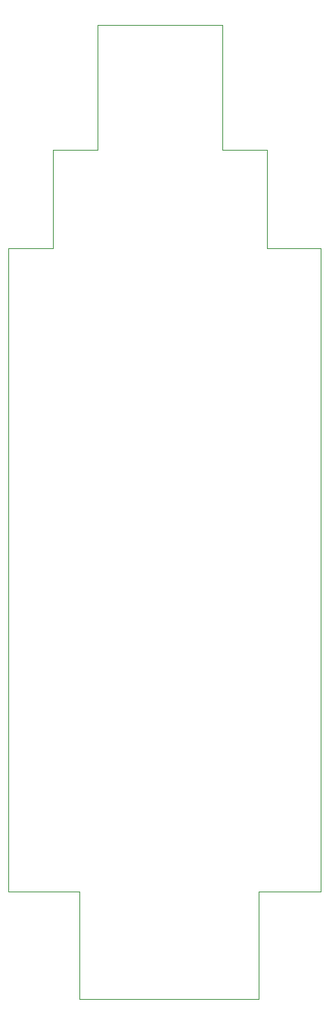
<source format=gbr>
%TF.GenerationSoftware,KiCad,Pcbnew,(6.0.4)*%
%TF.CreationDate,2022-05-17T15:50:22-07:00*%
%TF.ProjectId,Atmega32a-pu(40 pin dip) programmer,41746d65-6761-4333-9261-2d7075283430,rev?*%
%TF.SameCoordinates,Original*%
%TF.FileFunction,Profile,NP*%
%FSLAX46Y46*%
G04 Gerber Fmt 4.6, Leading zero omitted, Abs format (unit mm)*
G04 Created by KiCad (PCBNEW (6.0.4)) date 2022-05-17 15:50:22*
%MOMM*%
%LPD*%
G01*
G04 APERTURE LIST*
%TA.AperFunction,Profile*%
%ADD10C,0.100000*%
%TD*%
G04 APERTURE END LIST*
D10*
X108000000Y-73000000D02*
X113000000Y-73000000D01*
X138000000Y-84000000D02*
X138000000Y-156000000D01*
X108000000Y-84000000D02*
X108000000Y-73000000D01*
X127000000Y-73000000D02*
X132000000Y-73000000D01*
X132000000Y-73000000D02*
X132000000Y-84000000D01*
X131000000Y-168000000D02*
X111000000Y-168000000D01*
X127000000Y-59000000D02*
X127000000Y-73000000D01*
X103000000Y-84000000D02*
X108000000Y-84000000D01*
X127000000Y-59000000D02*
X113000000Y-59000000D01*
X111000000Y-156000000D02*
X103000000Y-156000000D01*
X113000000Y-73000000D02*
X113000000Y-59000000D01*
X111000000Y-168000000D02*
X111000000Y-156000000D01*
X131000000Y-156000000D02*
X131000000Y-168000000D01*
X132000000Y-84000000D02*
X138000000Y-84000000D01*
X103000000Y-156000000D02*
X103000000Y-84000000D01*
X138000000Y-156000000D02*
X131000000Y-156000000D01*
M02*

</source>
